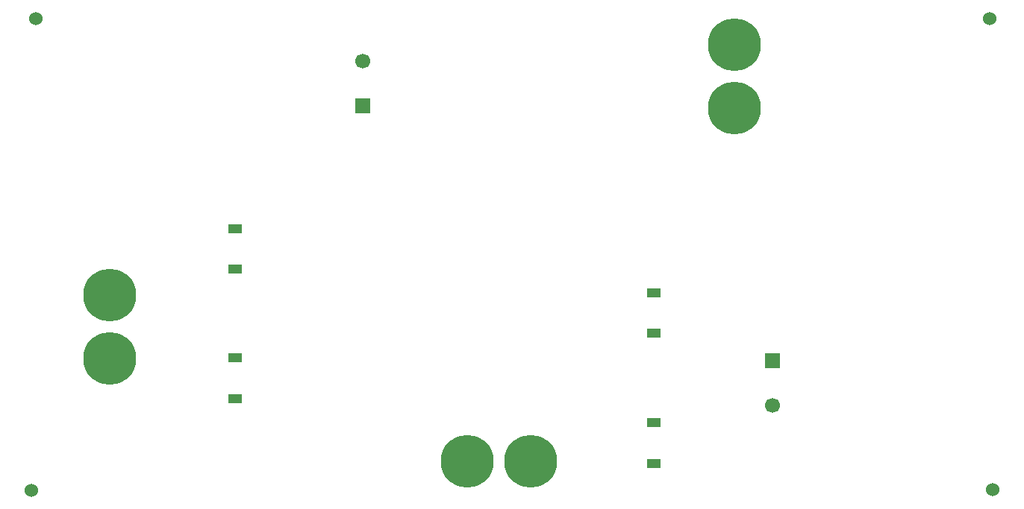
<source format=gbr>
%TF.GenerationSoftware,Altium Limited,Altium Designer,19.1.8 (144)*%
G04 Layer_Color=255*
%FSLAX26Y26*%
%MOIN*%
%TF.FileFunction,Pads,Bot*%
%TF.Part,Single*%
G01*
G75*
%TA.AperFunction,ComponentPad*%
%ADD23R,0.059055X0.039370*%
%ADD24C,0.066929*%
%ADD25R,0.066929X0.066929*%
%ADD26C,0.236220*%
%TA.AperFunction,WasherPad*%
%ADD27C,0.060000*%
D23*
X2890000Y220157D02*
D03*
X2889803Y403228D02*
D03*
X2890000Y981968D02*
D03*
X2889803Y800866D02*
D03*
X1019882Y507874D02*
D03*
X1019685Y690945D02*
D03*
X1019882Y1269685D02*
D03*
X1019685Y1088583D02*
D03*
D24*
X3420000Y480000D02*
D03*
X1590000Y2020000D02*
D03*
D25*
X3420000Y680000D02*
D03*
X1590000Y1820000D02*
D03*
D26*
X2056535Y230000D02*
D03*
X2340000D02*
D03*
X460000Y973465D02*
D03*
Y690000D02*
D03*
X3250000Y2093465D02*
D03*
Y1810000D02*
D03*
D27*
X130000Y2210000D02*
D03*
X110000Y100000D02*
D03*
X4390000Y2210000D02*
D03*
X4406063Y102362D02*
D03*
%TF.MD5,d45235375db6ac618de494ec2c61cfdb*%
M02*

</source>
